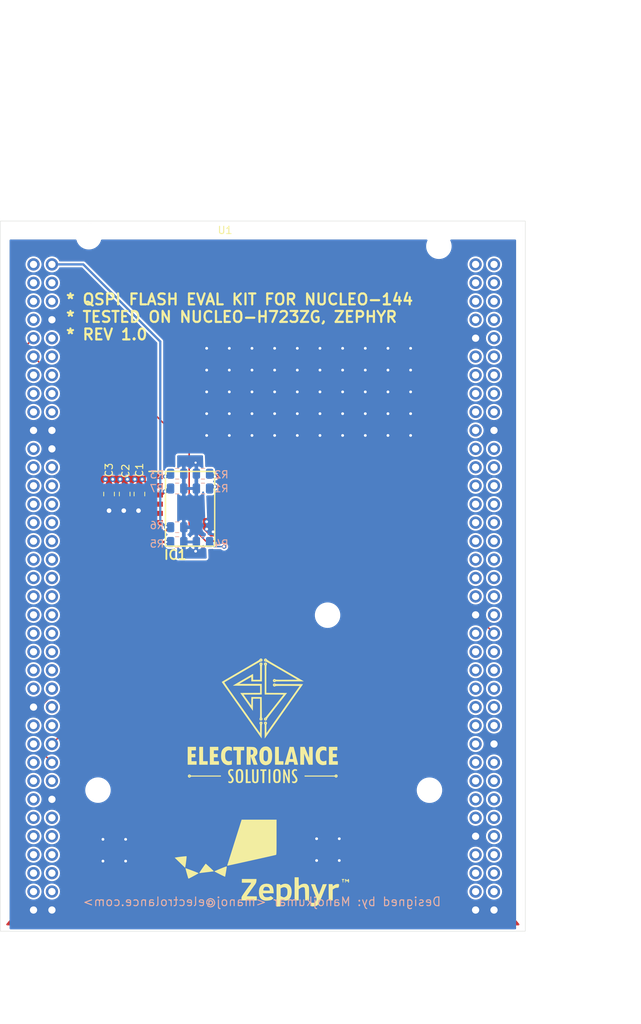
<source format=kicad_pcb>
(kicad_pcb (version 20211014) (generator pcbnew)
  (layers (0 "F.Cu" signal) (1 "In1.Cu" signal) (2 "In2.Cu" signal) (31 "B.Cu" signal) (34 "B.Paste" user) (35 "F.Paste" user) (36 "B.SilkS" user "B.Silkscreen") (37 "F.SilkS" user "F.Silkscreen") (38 "B.Mask" user) (39 "F.Mask" user) (44 "Edge.Cuts" user))
  (net 0 "")
  (net 1 "3V3_KIT")
  (net 2 "QSPI_IO0")
  (net 3 "QSPI_CLK")
  (net 4 "QSPI_IO3")
  (net 5 "QSPI_IO2")
  (net 6 "GNDD")
  (net 7 "QSPI_IO1")
  (net 8 "QSPI_CS")
  (net 131 "QSPI_RST")
  (footprint "Capacitor_SMD:C_0805_2012Metric" (layer "F.Cu") (at 111.125 97.282 90)
    (fp_text reference "C2")
    (fp_text value "1uF")
  )
  (footprint "logos:zephyr_rtos" (layer "F.Cu") (at 130.048 148.082)
    (fp_text reference "G***" hide)
    (fp_text value "LOGO" hide)
  )
  (footprint "logos:electrolance" (layer "F.Cu") (at 130.175 128.524)
    (fp_text reference "G***" hide)
    (fp_text value "LOGO" hide)
  )
  (footprint "Capacitor_SMD:C_0805_2012Metric" (layer "F.Cu") (at 108.966 97.282 90)
    (fp_text reference "C3")
    (fp_text value "DNP")
  )
  (footprint "custom_nucleo_144:ST_Morpho_Connector_144_STLink_MountingHoles" (layer "F.Cu") (at 98.552 65.661997)
    (fp_text reference "U1")
    (fp_text value "NUCLEO144-H743ZI")
  )
  (footprint "W25Q32JVSFIQ:SOIC127P1032X264-16N" (layer "F.Cu") (at 120.142 99.314)
    (fp_text reference "IC1")
    (fp_text value "W25Q32JVSFIQ" hide)
  )
  (footprint "Capacitor_SMD:C_0805_2012Metric" (layer "F.Cu") (at 113.157 97.282 90)
    (fp_text reference "C1")
    (fp_text value "0.1uF")
  )
  (footprint "Resistor_SMD:R_0805_2012Metric" (layer "B.Cu") (at 118.364 96.52 180)
    (fp_text reference "R7")
    (fp_text value "10K")
  )
  (footprint "Resistor_SMD:R_0805_2012Metric" (layer "B.Cu") (at 118.364 94.488 180)
    (fp_text reference "R3")
    (fp_text value "10K")
  )
  (footprint "Resistor_SMD:R_0805_2012Metric" (layer "B.Cu") (at 121.92 94.488)
    (fp_text reference "R2")
    (fp_text value "10K")
  )
  (footprint "Resistor_SMD:R_0805_2012Metric" (layer "B.Cu") (at 118.364 101.854 180)
    (fp_text reference "R6")
    (fp_text value "10K")
  )
  (footprint "Resistor_SMD:R_0805_2012Metric" (layer "B.Cu") (at 121.92 96.52)
    (fp_text reference "R1")
    (fp_text value "10K")
  )
  (footprint "Resistor_SMD:R_0805_2012Metric" (layer "B.Cu") (at 118.364 103.886 180)
    (fp_text reference "R5")
    (fp_text value "10K")
  )
  (footprint "Resistor_SMD:R_0805_2012Metric" (layer "B.Cu") (at 121.92 103.886)
    (fp_text reference "R4")
    (fp_text value "10K")
  )
  (gr_rect (start 93.98 59.69) (end 166.37 157.48) (layer "Edge.Cuts") (width 0.05) (fill none))
  (gr_text "Designed by: Manojkumar <manoj@electrolance.com>" (at 130.048 153.416) (layer "B.SilkS") (effects (font (size 1.2 1.2)) (justify mirror)))
  (gr_text "* QSPI FLASH EVAL KIT FOR NUCLEO-144\n* TESTED ON NUCLEO-H723ZG, ZEPHYR\n* REV 1.0" (at 102.87 72.898) (layer "F.SilkS") (effects (font (size 1.5 1.5) (thickness 0.3)) (justify left)))
  (segment (start 108.966 96.332) (end 113.157 96.332) (width 0.5) (layer "F.Cu") (net 1))
  (segment (start 113.223 96.139) (end 113.03 96.332) (width 0.4) (layer "F.Cu") (net 1))
  (segment (start 115.432 96.139) (end 113.223 96.139) (width 0.4) (layer "F.Cu") (net 1))
  (via (at 120.904 92.964) (size 0.6) (drill 0.3) (layers "F.Cu" "B.Cu") (net 1))
  (via (at 111.506 95.25) (size 0.762) (drill 0.381) (layers "F.Cu" "B.Cu") (net 1))
  (via (at 109.474 95.25) (size 0.762) (drill 0.381) (layers "F.Cu" "B.Cu") (net 1))
  (via (at 120.904 105.156) (size 0.762) (drill 0.381) (layers "F.Cu" "B.Cu") (net 1))
  (via (at 108.458 95.25) (size 0.762) (drill 0.381) (layers "F.Cu" "B.Cu") (net 1))
  (via (at 112.522 95.25) (size 0.762) (drill 0.381) (layers "F.Cu" "B.Cu") (net 1))
  (via (at 110.49 95.25) (size 0.762) (drill 0.381) (layers "F.Cu" "B.Cu") (net 1))
  (via (at 113.538 95.25) (size 0.762) (drill 0.381) (layers "F.Cu" "B.Cu") (net 1))
  (segment (start 121.0075 103.886) (end 121.0075 105.0525) (width 0.4) (layer "B.Cu") (net 1))
  (segment (start 121.0075 105.0525) (end 120.904 105.156) (width 0.4) (layer "B.Cu") (net 1))
  (segment (start 121.0075 93.0675) (end 120.904 92.964) (width 0.4) (layer "B.Cu") (net 1))
  (segment (start 121.0075 94.488) (end 121.0075 93.0675) (width 0.4) (layer "B.Cu") (net 1))
  (segment (start 121.0075 103.886) (end 119.2765 103.886) (width 0.4) (layer "B.Cu") (net 1))
  (segment (start 119.2765 103.886) (end 119.2765 101.854) (width 0.4) (layer "B.Cu") (net 1))
  (segment (start 119.2765 96.52) (end 121.0075 96.52) (width 0.4) (layer "B.Cu") (net 1))
  (segment (start 120.869256 111.273831) (end 120.869256 111.27383) (width 0.2032) (layer "F.Cu") (net 2))
  (segment (start 123.725782 108.417303) (end 124.051236 108.742757) (width 0.2032) (layer "F.Cu") (net 2))
  (segment (start 121.520166 112.575649) (end 121.520165 112.575649) (width 0.2032) (layer "F.Cu") (net 2))
  (segment (start 123.781983 107.710196) (end 123.781982 107.710197) (width 0.2032) (layer "F.Cu") (net 2))
  (segment (start 121.520165 112.575649) (end 121.463967 112.631848) (width 0.2032) (layer "F.Cu") (net 2))
  (segment (start 120.925456 110.566724) (end 120.869256 110.622923) (width 0.2032) (layer "F.Cu") (net 2))
  (segment (start 123.641487 109.80342) (end 123.641487 109.803419) (width 0.2032) (layer "F.Cu") (net 2))
  (segment (start 122.227273 111.217634) (end 122.227273 111.217633) (width 0.2032) (layer "F.Cu") (net 2))
  (segment (start 120.162152 112.631846) (end 120.162151 112.631847) (width 0.2032) (layer "F.Cu") (net 2))
  (segment (start 124.432891 107.710199) (end 124.432891 107.710198) (width 0.2032) (layer "F.Cu") (net 2))
  (segment (start 122.339669 109.15251) (end 122.33967 109.15251) (width 0.2032) (layer "F.Cu") (net 2))
  (segment (start 123.781982 107.710197) (end 123.725782 107.766396) (width 0.2032) (layer "F.Cu") (net 2))
  (segment (start 124.023139 108.770858) (end 124.348594 109.096313) (width 0.2032) (layer "F.Cu") (net 2))
  (segment (start 122.227273 111.217633) (end 121.576363 110.566724) (width 0.2032) (layer "F.Cu") (net 2))
  (segment (start 126.366499 106.427499) (end 125.083799 107.710199) (width 0.2032) (layer "F.Cu") (net 2))
  (segment (start 126.366499 97.006277) (end 126.366499 106.427499) (width 0.2032) (layer "F.Cu") (net 2))
  (segment (start 120.869256 111.27383) (end 121.520166 111.924741) (width 0.2032) (layer "F.Cu") (net 2))
  (segment (start 124.852 96.139) (end 125.499222 96.139) (width 0.2032) (layer "F.Cu") (net 2))
  (segment (start 119.061089 113.732908) (end 101.092 131.701997) (width 0.2032) (layer "F.Cu") (net 2))
  (segment (start 120.925455 110.566724) (end 120.925456 110.566724) (width 0.2032) (layer "F.Cu") (net 2))
  (segment (start 123.571 96.266) (end 124.725 96.266) (width 0.3048) (layer "F.Cu") (net 2))
  (segment (start 124.051236 108.742757) (end 124.023139 108.770858) (width 0.2032) (layer "F.Cu") (net 2))
  (segment (start 120.813059 112.631848) (end 120.813059 112.631847) (width 0.2032) (layer "F.Cu") (net 2))
  (segment (start 122.28347 109.859616) (end 122.93438 110.510527) (width 0.2032) (layer "F.Cu") (net 2))
  (segment (start 123.641487 109.803419) (end 122.990577 109.15251) (width 0.2032) (layer "F.Cu") (net 2))
  (segment (start 122.28347 109.859617) (end 122.28347 109.859616) (width 0.2032) (layer "F.Cu") (net 2))
  (segment (start 123.725782 108.417304) (end 123.725782 108.417303) (width 0.2032) (layer "F.Cu") (net 2))
  (segment (start 124.348593 109.747221) (end 124.292395 109.80342) (width 0.2032) (layer "F.Cu") (net 2))
  (segment (start 122.33967 109.15251) (end 122.28347 109.208709) (width 0.2032) (layer "F.Cu") (net 2))
  (segment (start 120.162151 112.631847) (end 119.061089 113.732908) (width 0.2032) (layer "F.Cu") (net 2))
  (segment (start 124.348594 109.747221) (end 124.348593 109.747221) (width 0.2032) (layer "F.Cu") (net 2))
  (segment (start 122.93438 111.161435) (end 122.934379 111.161435) (width 0.2032) (layer "F.Cu") (net 2))
  (segment (start 125.499222 96.139) (end 126.366499 97.006277) (width 0.2032) (layer "F.Cu") (net 2))
  (segment (start 124.432891 107.710198) (end 124.43289 107.710197) (width 0.2032) (layer "F.Cu") (net 2))
  (segment (start 122.934379 111.161435) (end 122.878181 111.217634) (width 0.2032) (layer "F.Cu") (net 2))
  (segment (start 124.725 96.266) (end 124.852 96.139) (width 0.3048) (layer "F.Cu") (net 2))
  (via (at 123.571 96.266) (size 0.6) (drill 0.3) (layers "F.Cu" "B.Cu") (net 2))
  (arc (start 122.28347 109.208709) (mid 122.148663 109.534163) (end 122.28347 109.859617) (width 0.2032) (layer "F.Cu") (net 2))
  (arc (start 124.43289 107.710197) (mid 124.107437 107.575389) (end 123.781983 107.710196) (width 0.2032) (layer "F.Cu") (net 2))
  (arc (start 122.990577 109.15251) (mid 122.665123 109.017703) (end 122.339669 109.15251) (width 0.2032) (layer "F.Cu") (net 2))
  (arc (start 125.083799 107.710199) (mid 124.758345 107.845006) (end 124.432891 107.710199) (width 0.2032) (layer "F.Cu") (net 2))
  (arc (start 120.813059 112.631847) (mid 120.487607 112.49704) (end 120.162152 112.631846) (width 0.2032) (layer "F.Cu") (net 2))
  (arc (start 121.576363 110.566724) (mid 121.250909 110.431917) (end 120.925455 110.566724) (width 0.2032) (layer "F.Cu") (net 2))
  (arc (start 122.878181 111.217634) (mid 122.552726 111.35244) (end 122.227273 111.217634) (width 0.2032) (layer "F.Cu") (net 2))
  (arc (start 121.520166 111.924741) (mid 121.654972 112.250196) (end 121.520166 112.575649) (width 0.2032) (layer "F.Cu") (net 2))
  (arc (start 122.93438 110.510527) (mid 123.069186 110.835982) (end 122.93438 111.161435) (width 0.2032) (layer "F.Cu") (net 2))
  (arc (start 124.292395 109.80342) (mid 123.96694 109.938226) (end 123.641487 109.80342) (width 0.2032) (layer "F.Cu") (net 2))
  (arc (start 121.463967 112.631848) (mid 121.138512 112.766654) (end 120.813059 112.631848) (width 0.2032) (layer "F.Cu") (net 2))
  (arc (start 123.725782 107.766396) (mid 123.590975 108.09185) (end 123.725782 108.417304) (width 0.2032) (layer "F.Cu") (net 2))
  (arc (start 120.869256 110.622923) (mid 120.734449 110.948377) (end 120.869256 111.273831) (width 0.2032) (layer "F.Cu") (net 2))
  (arc (start 124.348594 109.096313) (mid 124.4834 109.421768) (end 124.348594 109.747221) (width 0.2032) (layer "F.Cu") (net 2))
  (segment (start 122.8325 96.52) (end 123.0865 96.266) (width 0.3048) (layer "B.Cu") (net 2))
  (segment (start 123.0865 96.266) (end 123.571 96.266) (width 0.3048) (layer "B.Cu") (net 2))
  (segment (start 135.763 104.6487) (end 135.771256 104.656956) (width 0.2032) (layer "F.Cu") (net 3))
  (segment (start 138.944977 106.432977) (end 138.944979 106.432979) (width 0.2032) (layer "F.Cu") (net 3))
  (segment (start 137.181341 106.067042) (end 137.18134 106.067041) (width 0.2032) (layer "F.Cu") (net 3))
  (segment (start 139.286149 105.376448) (end 139.286148 105.376447) (width 0.2032) (layer "F.Cu") (net 3))
  (segment (start 136.819531 104.30753) (end 136.823659 104.311659) (width 0.2032) (layer "F.Cu") (net 3))
  (segment (start 138.595554 107.481255) (end 138.595553 107.481254) (width 0.2032) (layer "F.Cu") (net 3))
  (segment (start 144.674812 112.162812) (end 147.772086 115.260086) (width 0.2032) (layer "F.Cu") (net 3))
  (segment (start 138.595553 107.481254) (end 138.603809 107.48951) (width 0.2032) (layer "F.Cu") (net 3))
  (segment (start 137.88019 104.669341) (end 137.880191 104.66934) (width 0.2032) (layer "F.Cu") (net 3))
  (segment (start 137.871935 103.962234) (end 137.880191 103.97049) (width 0.2032) (layer "F.Cu") (net 3))
  (segment (start 140.700362 106.790661) (end 140.700361 106.79066) (width 0.2032) (layer "F.Cu") (net 3))
  (segment (start 137.530766 105.018766) (end 137.18134 105.368191) (width 0.2032) (layer "F.Cu") (net 3))
  (segment (start 137.888446 106.075297) (end 138.587296 105.376445) (width 0.2032) (layer "F.Cu") (net 3))
  (segment (start 140.708617 108.196616) (end 144.674812 112.162812) (width 0.2032) (layer "F.Cu") (net 3))
  (segment (start 140.708616 107.497767) (end 140.708617 107.497766) (width 0.2032) (layer "F.Cu") (net 3))
  (segment (start 127.381 94.869) (end 135.763 103.251) (width 0.2032) (layer "F.Cu") (net 3))
  (segment (start 139.302659 107.48951) (end 140.001509 106.790658) (width 0.2032) (layer "F.Cu") (net 3))
  (segment (start 139.294403 106.083554) (end 139.294404 106.083553) (width 0.2032) (layer "F.Cu") (net 3))
  (segment (start 123.571 94.869) (end 124.852 94.869) (width 0.3048) (layer "F.Cu") (net 3))
  (segment (start 160.850089 115.260086) (end 162.052 116.461997) (width 0.2032) (layer "F.Cu") (net 3))
  (segment (start 137.871936 103.962235) (end 137.871935 103.962234) (width 0.2032) (layer "F.Cu") (net 3))
  (segment (start 138.944979 106.432979) (end 138.595553 106.782404) (width 0.2032) (layer "F.Cu") (net 3))
  (segment (start 147.772086 115.260086) (end 160.850089 115.260086) (width 0.2032) (layer "F.Cu") (net 3))
  (segment (start 135.762999 103.949851) (end 135.763 103.94985) (width 0.2032) (layer "F.Cu") (net 3))
  (segment (start 137.880191 104.66934) (end 137.530764 105.018764) (width 0.2032) (layer "F.Cu") (net 3))
  (segment (start 137.888447 106.075296) (end 137.888446 106.075297) (width 0.2032) (layer "F.Cu") (net 3))
  (segment (start 139.286148 105.376447) (end 139.294404 105.384703) (width 0.2032) (layer "F.Cu") (net 3))
  (segment (start 139.30266 107.489509) (end 139.302659 107.48951) (width 0.2032) (layer "F.Cu") (net 3))
  (segment (start 136.470106 104.656956) (end 136.819531 104.30753) (width 0.2032) (layer "F.Cu") (net 3))
  (segment (start 137.18134 106.067041) (end 137.189596 106.075297) (width 0.2032) (layer "F.Cu") (net 3))
  (segment (start 139.294404 106.083553) (end 138.944977 106.432977) (width 0.2032) (layer "F.Cu") (net 3))
  (segment (start 136.470107 104.656955) (end 136.470106 104.656956) (width 0.2032) (layer "F.Cu") (net 3))
  (segment (start 140.700361 106.79066) (end 140.708617 106.798916) (width 0.2032) (layer "F.Cu") (net 3))
  (segment (start 136.823659 104.311659) (end 137.173083 103.962232) (width 0.2032) (layer "F.Cu") (net 3))
  (segment (start 124.852 94.869) (end 127.381 94.869) (width 0.2032) (layer "F.Cu") (net 3))
  (segment (start 137.530764 105.018764) (end 137.530766 105.018766) (width 0.2032) (layer "F.Cu") (net 3))
  (via (at 123.571 94.869) (size 0.6) (drill 0.3) (layers "F.Cu" "B.Cu") (net 3))
  (arc (start 135.771256 104.656956) (mid 136.120682 104.801692) (end 136.470107 104.656955) (width 0.2032) (layer "F.Cu") (net 3))
  (arc (start 135.763 103.251) (mid 135.907736 103.600426) (end 135.762999 103.949851) (width 0.2032) (layer "F.Cu") (net 3))
  (arc (start 137.189596 106.075297) (mid 137.539022 106.220033) (end 137.888447 106.075296) (width 0.2032) (layer "F.Cu") (net 3))
  (arc (start 139.294404 105.384703) (mid 139.43914 105.734129) (end 139.294403 106.083554) (width 0.2032) (layer "F.Cu") (net 3))
  (arc (start 140.001509 106.790658) (mid 140.350937 106.645924) (end 140.700362 106.790661) (width 0.2032) (layer "F.Cu") (net 3))
  (arc (start 138.587296 105.376445) (mid 138.936724 105.231711) (end 139.286149 105.376448) (width 0.2032) (layer "F.Cu") (net 3))
  (arc (start 140.708617 107.497766) (mid 140.56388 107.847191) (end 140.708617 108.196616) (width 0.2032) (layer "F.Cu") (net 3))
  (arc (start 138.595553 106.782404) (mid 138.450817 107.13183) (end 138.595554 107.481255) (width 0.2032) (layer "F.Cu") (net 3))
  (arc (start 138.603809 107.48951) (mid 138.953235 107.634246) (end 139.30266 107.489509) (width 0.2032) (layer "F.Cu") (net 3))
  (arc (start 135.763 103.94985) (mid 135.618263 104.299275) (end 135.763 104.6487) (width 0.2032) (layer "F.Cu") (net 3))
  (arc (start 137.18134 105.368191) (mid 137.036604 105.717617) (end 137.181341 106.067042) (width 0.2032) (layer "F.Cu") (net 3))
  (arc (start 137.173083 103.962232) (mid 137.522511 103.817498) (end 137.871936 103.962235) (width 0.2032) (layer "F.Cu") (net 3))
  (arc (start 137.880191 103.97049) (mid 138.024927 104.319916) (end 137.88019 104.669341) (width 0.2032) (layer "F.Cu") (net 3))
  (arc (start 140.708617 106.798916) (mid 140.853353 107.148342) (end 140.708616 107.497767) (width 0.2032) (layer "F.Cu") (net 3))
  (segment (start 122.8325 94.488) (end 123.19 94.488) (width 0.3048) (layer "B.Cu") (net 3))
  (segment (start 123.19 94.488) (end 123.571 94.869) (width 0.3048) (layer "B.Cu") (net 3))
  (segment (start 108.451 89.789) (end 108.451 89.235236) (width 0.2032) (layer "F.Cu") (net 4))
  (segment (start 103.651 89.389) (end 103.651 89.235236) (width 0.2032) (layer "F.Cu") (net 4))
  (segment (start 110.851 89.235236) (end 110.851 89.789) (width 0.2032) (layer "F.Cu") (net 4))
  (segment (start 96.901 89.789) (end 103.251 89.789) (width 0.2032) (layer "F.Cu") (net 4))
  (segment (start 98.552 75.821997) (end 96.52 77.853997) (width 0.2032) (layer "F.Cu") (net 4))
  (segment (start 111.651 89.789) (end 111.651 89.235236) (width 0.2032) (layer "F.Cu") (net 4))
  (segment (start 115.432 90.54) (end 115.432 94.869) (width 0.2032) (layer "F.Cu") (net 4))
  (segment (start 112.451 89.235236) (end 112.451 89.389) (width 0.2032) (layer "F.Cu") (net 4))
  (segment (start 107.651 89.235236) (end 107.651 89.789) (width 0.2032) (layer "F.Cu") (net 4))
  (segment (start 96.52 89.408) (end 96.901 89.789) (width 0.2032) (layer "F.Cu") (net 4))
  (segment (start 112.851 89.789) (end 113.456839 89.789) (width 0.2032) (layer "F.Cu") (net 4))
  (segment (start 111.651 90.342764) (end 111.651 89.789) (width 0.2032) (layer "F.Cu") (net 4))
  (segment (start 104.451 89.235236) (end 104.451 89.389) (width 0.2032) (layer "F.Cu") (net 4))
  (segment (start 107.651 89.789) (end 107.651 90.342764) (width 0.2032) (layer "F.Cu") (net 4))
  (segment (start 110.051 90.342764) (end 110.051 89.789) (width 0.2032) (layer "F.Cu") (net 4))
  (segment (start 109.251 89.789) (end 109.251 90.342764) (width 0.2032) (layer "F.Cu") (net 4))
  (segment (start 114.681 89.789) (end 115.432 90.54) (width 0.2032) (layer "F.Cu") (net 4))
  (segment (start 110.051 89.789) (end 110.051 89.235236) (width 0.2032) (layer "F.Cu") (net 4))
  (segment (start 106.051 89.235236) (end 106.051 89.789) (width 0.2032) (layer "F.Cu") (net 4))
  (segment (start 106.851 89.789) (end 106.851 89.235236) (width 0.2032) (layer "F.Cu") (net 4))
  (segment (start 113.456839 89.789) (end 114.681 89.789) (width 0.2032) (layer "F.Cu") (net 4))
  (segment (start 116.713 94.869) (end 115.432 94.869) (width 0.2032) (layer "F.Cu") (net 4))
  (segment (start 106.851 90.342764) (end 106.851 89.789) (width 0.2032) (layer "F.Cu") (net 4))
  (segment (start 106.051 89.789) (end 106.051 90.342764) (width 0.2032) (layer "F.Cu") (net 4))
  (segment (start 110.851 89.789) (end 110.851 90.342764) (width 0.2032) (layer "F.Cu") (net 4))
  (segment (start 96.52 77.853997) (end 96.52 89.408) (width 0.2032) (layer "F.Cu") (net 4))
  (segment (start 109.251 89.235236) (end 109.251 89.789) (width 0.2032) (layer "F.Cu") (net 4))
  (segment (start 108.451 90.342764) (end 108.451 89.789) (width 0.2032) (layer "F.Cu") (net 4))
  (segment (start 105.251 90.342764) (end 105.251 89.789) (width 0.2032) (layer "F.Cu") (net 4))
  (segment (start 105.251 89.789) (end 105.251 89.235236) (width 0.2032) (layer "F.Cu") (net 4))
  (segment (start 104.451 89.389) (end 104.451 90.342764) (width 0.2032) (layer "F.Cu") (net 4))
  (via (at 116.713 94.869) (size 0.6) (drill 0.3) (layers "F.Cu" "B.Cu") (net 4))
  (arc (start 110.451 88.835236) (mid 110.733843 88.952393) (end 110.851 89.235236) (width 0.2032) (layer "F.Cu") (net 4))
  (arc (start 107.651 90.342764) (mid 107.768157 90.625607) (end 108.051 90.742764) (width 0.2032) (layer "F.Cu") (net 4))
  (arc (start 103.251 89.789) (mid 103.533843 89.671843) (end 103.651 89.389) (width 0.2032) (layer "F.Cu") (net 4))
  (arc (start 104.851 90.742764) (mid 105.133843 90.625607) (end 105.251 90.342764) (width 0.2032) (layer "F.Cu") (net 4))
  (arc (start 104.451 90.342764) (mid 104.568157 90.625607) (end 104.851 90.742764) (width 0.2032) (layer "F.Cu") (net 4))
  (arc (start 109.651 90.742764) (mid 109.933843 90.625607) (end 110.051 90.342764) (width 0.2032) (layer "F.Cu") (net 4))
  (arc (start 108.851 88.835236) (mid 109.133843 88.952393) (end 109.251 89.235236) (width 0.2032) (layer "F.Cu") (net 4))
  (arc (start 111.651 89.235236) (mid 111.768157 88.952393) (end 112.051 88.835236) (width 0.2032) (layer "F.Cu") (net 4))
  (arc (start 106.851 89.235236) (mid 106.968157 88.952393) (end 107.251 88.835236) (width 0.2032) (layer "F.Cu") (net 4))
  (arc (start 111.251 90.742764) (mid 111.533843 90.625607) (end 111.651 90.342764) (width 0.2032) (layer "F.Cu") (net 4))
  (arc (start 108.451 89.235236) (mid 108.568157 88.952393) (end 108.851 88.835236) (width 0.2032) (layer "F.Cu") (net 4))
  (arc (start 112.051 88.835236) (mid 112.333843 88.952393) (end 112.451 89.235236) (width 0.2032) (layer "F.Cu") (net 4))
  (arc (start 109.251 90.342764) (mid 109.368157 90.625607) (end 109.651 90.742764) (width 0.2032) (layer "F.Cu") (net 4))
  (arc (start 105.651 88.835236) (mid 105.933843 88.952393) (end 106.051 89.235236) (width 0.2032) (layer "F.Cu") (net 4))
  (arc (start 106.051 90.342764) (mid 106.168157 90.625607) (end 106.451 90.742764) (width 0.2032) (layer "F.Cu") (net 4))
  (arc (start 107.251 88.835236) (mid 107.533843 88.952393) (end 107.651 89.235236) (width 0.2032) (layer "F.Cu") (net 4))
  (arc (start 112.451 89.389) (mid 112.568157 89.671843) (end 112.851 89.789) (width 0.2032) (layer "F.Cu") (net 4))
  (arc (start 110.851 90.342764) (mid 110.968157 90.625607) (end 111.251 90.742764) (width 0.2032) (layer "F.Cu") (net 4))
  (arc (start 108.051 90.742764) (mid 108.333843 90.625607) (end 108.451 90.342764) (width 0.2032) (layer "F.Cu") (net 4))
  (arc (start 103.651 89.235236) (mid 103.768157 88.952393) (end 104.051 88.835236) (width 0.2032) (layer "F.Cu") (net 4))
  (arc (start 110.051 89.235236) (mid 110.168157 88.952393) (end 110.451 88.835236) (width 0.2032) (layer "F.Cu") (net 4))
  (arc (start 104.051 88.835236) (mid 104.333843 88.952393) (end 104.451 89.235236) (width 0.2032) (layer "F.Cu") (net 4))
  (arc (start 105.251 89.235236) (mid 105.368157 88.952393) (end 105.651 88.835236) (width 0.2032) (layer "F.Cu") (net 4))
  (arc (start 106.451 90.742764) (mid 106.733843 90.625607) (end 106.851 90.342764) (width 0.2032) (layer "F.Cu") (net 4))
  (segment (start 117.0705 94.869) (end 117.4515 94.488) (width 0.3048) (layer "B.Cu") (net 4))
  (segment (start 116.713 94.869) (end 117.0705 94.869) (width 0.3048) (layer "B.Cu") (net 4))
  (segment (start 111.129807 83.51467) (end 111.129807 83.514669) (width 0.2032) (layer "F.Cu") (net 5))
  (segment (start 112.261175 84.646038) (end 112.261175 84.646037) (width 0.2032) (layer "F.Cu") (net 5))
  (segment (start 111.904987 81.608124) (end 111.904985 81.608123) (width 0.2032) (layer "F.Cu") (net 5))
  (segment (start 110.103185 80.581499) (end 110.103186 80.581501) (width 0.2032) (layer "F.Cu") (net 5))
  (segment (start 111.695492 83.514669) (end 112.470667 82.73949) (width 0.2032) (layer "F.Cu") (net 5))
  (segment (start 111.904984 82.173808) (end 111.904986 82.173809) (width 0.2032) (layer "F.Cu") (net 5))
  (segment (start 110.773617 81.04244) (end 110.66887 81.147184) (width 0.2032) (layer "F.Cu") (net 5))
  (segment (start 108.585 79.629) (end 109.5375 80.5815) (width 0.2032) (layer "F.Cu") (net 5))
  (segment (start 113.036355 82.739492) (end 113.036353 82.739491) (width 0.2032) (layer "F.Cu") (net 5))
  (segment (start 99.819003 79.629) (end 108.585 79.629) (width 0.2032) (layer "F.Cu") (net 5))
  (segment (start 111.695492 83.514668) (end 111.695492 83.514669) (width 0.2032) (layer "F.Cu") (net 5))
  (segment (start 110.66887 81.147184) (end 109.998439 81.817616) (width 0.2032) (layer "F.Cu") (net 5))
  (segment (start 113.036354 83.305177) (end 112.261175 84.080352) (width 0.2032) (layer "F.Cu") (net 5))
  (segment (start 110.773615 81.042439) (end 110.773617 81.04244) (width 0.2032) (layer "F.Cu") (net 5))
  (segment (start 110.564124 82.3833) (end 110.564124 82.383301) (width 0.2032) (layer "F.Cu") (net 5))
  (segment (start 98.552 78.361997) (end 99.819003 79.629) (width 0.2032) (layer "F.Cu") (net 5))
  (segment (start 120.015 101.473) (end 122.301 103.759) (width 0.2032) (layer "F.Cu") (net 5))
  (segment (start 110.773615 80.476753) (end 110.773616 80.476754) (width 0.2032) (layer "F.Cu") (net 5))
  (segment (start 114.628659 85.672659) (end 120.015 91.059) (width 0.2032) (layer "F.Cu") (net 5))
  (segment (start 114.167723 83.87086) (end 114.167721 83.870859) (width 0.2032) (layer "F.Cu") (net 5))
  (segment (start 112.82686 84.646037) (end 113.602035 83.870858) (width 0.2032) (layer "F.Cu") (net 5))
  (segment (start 110.564124 82.383301) (end 111.339299 81.608122) (width 0.2032) (layer "F.Cu") (net 5))
  (segment (start 113.392543 85.777406) (end 113.392543 85.777405) (width 0.2032) (layer "F.Cu") (net 5))
  (segment (start 122.301 103.759) (end 124.852 103.759) (width 0.2032) (layer "F.Cu") (net 5))
  (segment (start 110.103186 80.581501) (end 110.20793 80.476754) (width 0.2032) (layer "F.Cu") (net 5))
  (segment (start 120.015 91.059) (end 120.015 101.473) (width 0.2032) (layer "F.Cu") (net 5))
  (segment (start 124.852 103.759) (end 124.852 104.51) (width 0.2032) (layer "F.Cu") (net 5))
  (segment (start 109.998439 82.383302) (end 109.998439 82.383301) (width 0.2032) (layer "F.Cu") (net 5))
  (segment (start 124.852 104.51) (end 124.841 104.521) (width 0.2032) (layer "F.Cu") (net 5))
  (segment (start 111.904986 82.173809) (end 111.129807 82.948984) (width 0.2032) (layer "F.Cu") (net 5))
  (segment (start 113.958228 85.777404) (end 113.958228 85.777405) (width 0.2032) (layer "F.Cu") (net 5))
  (segment (start 113.958228 85.777405) (end 114.062973 85.672659) (width 0.2032) (layer "F.Cu") (net 5))
  (segment (start 114.16772 84.436544) (end 114.167722 84.436545) (width 0.2032) (layer "F.Cu") (net 5))
  (segment (start 114.628658 85.672658) (end 114.628659 85.672659) (width 0.2032) (layer "F.Cu") (net 5))
  (segment (start 113.036352 83.305176) (end 113.036354 83.305177) (width 0.2032) (layer "F.Cu") (net 5))
  (segment (start 114.167722 84.436545) (end 113.392543 85.21172) (width 0.2032) (layer "F.Cu") (net 5))
  (segment (start 112.82686 84.646036) (end 112.82686 84.646037) (width 0.2032) (layer "F.Cu") (net 5))
  (via (at 124.841 104.521) (size 0.6) (drill 0.3) (layers "F.Cu" "B.Cu") (net 5))
  (arc (start 113.602035 83.870858) (mid 113.88488 83.753703) (end 114.167723 83.87086) (width 0.2032) (layer "F.Cu") (net 5))
  (arc (start 114.167721 83.870859) (mid 114.284878 84.153702) (end 114.16772 84.436544) (width 0.2032) (layer "F.Cu") (net 5))
  (arc (start 112.261175 84.080352) (mid 112.144018 84.363195) (end 112.261175 84.646038) (width 0.2032) (layer "F.Cu") (net 5))
  (arc (start 112.261175 84.646037) (mid 112.544018 84.763194) (end 112.82686 84.646036) (width 0.2032) (layer "F.Cu") (net 5))
  (arc (start 111.339299 81.608122) (mid 111.622144 81.490967) (end 111.904987 81.608124) (width 0.2032) (layer "F.Cu") (net 5))
  (arc (start 111.904985 81.608123) (mid 112.022142 81.890966) (end 111.904984 82.173808) (width 0.2032) (layer "F.Cu") (net 5))
  (arc (start 113.392543 85.777405) (mid 113.675386 85.894562) (end 113.958228 85.777404) (width 0.2032) (layer "F.Cu") (net 5))
  (arc (start 111.129807 83.514669) (mid 111.41265 83.631826) (end 111.695492 83.514668) (width 0.2032) (layer "F.Cu") (net 5))
  (arc (start 110.20793 80.476754) (mid 110.490772 80.359596) (end 110.773615 80.476753) (width 0.2032) (layer "F.Cu") (net 5))
  (arc (start 113.036353 82.739491) (mid 113.15351 83.022334) (end 113.036352 83.305176) (width 0.2032) (layer "F.Cu") (net 5))
  (arc (start 111.129807 82.948984) (mid 111.01265 83.231827) (end 111.129807 83.51467) (width 0.2032) (layer "F.Cu") (net 5))
  (arc (start 113.392543 85.21172) (mid 113.275386 85.494563) (end 113.392543 85.777406) (width 0.2032) (layer "F.Cu") (net 5))
  (arc (start 114.062973 85.672659) (mid 114.345815 85.555501) (end 114.628658 85.672658) (width 0.2032) (layer "F.Cu") (net 5))
  (arc (start 109.998439 82.383301) (mid 110.281282 82.500458) (end 110.564124 82.3833) (width 0.2032) (layer "F.Cu") (net 5))
  (arc (start 109.998439 81.817616) (mid 109.881282 82.100459) (end 109.998439 82.383302) (width 0.2032) (layer "F.Cu") (net 5))
  (arc (start 112.470667 82.73949) (mid 112.753512 82.622335) (end 113.036355 82.739492) (width 0.2032) (layer "F.Cu") (net 5))
  (arc (start 109.5375 80.5815) (mid 109.820343 80.698657) (end 110.103185 80.581499) (width 0.2032) (layer "F.Cu") (net 5))
  (arc (start 110.773616 80.476754) (mid 110.890773 80.759597) (end 110.773615 81.042439) (width 0.2032) (layer "F.Cu") (net 5))
  (segment (start 124.841 104.521) (end 123.4675 104.521) (width 0.2032) (layer "B.Cu") (net 5))
  (segment (start 123.4675 104.521) (end 122.8325 103.886) (width 0.2032) (layer "B.Cu") (net 5))
  (segment (start 113.03 98.232) (end 113.03 99.568) (width 1) (layer "F.Cu") (net 6))
  (segment (start 124.852 102.489) (end 123.317 102.489) (width 0.4) (layer "F.Cu") (net 6))
  (segment (start 108.966 98.232) (end 113.03 98.232) (width 1) (layer "F.Cu") (net 6))
  (segment (start 110.998 98.232) (end 110.998 99.568) (width 1) (layer "F.Cu") (net 6))
  (segment (start 108.966 98.232) (end 108.966 99.568) (width 1) (layer "F.Cu") (net 6))
  (via (at 122.428 89.216) (size 0.635) (drill 0.381) (layers "F.Cu" "B.Cu") (net 6))
  (via (at 125.553 89.216) (size 0.635) (drill 0.381) (layers "F.Cu" "B.Cu") (net 6))
  (via (at 138.053 80.216) (size 0.635) (drill 0.381) (layers "F.Cu" "B.Cu") (net 6))
  (via (at 150.553 77.216) (size 0.635) (drill 0.381) (layers "F.Cu" "B.Cu") (net 6))
  (via (at 128.678 86.216) (size 0.635) (drill 0.381) (layers "F.Cu" "B.Cu") (net 6))
  (via (at 111.252 144.828) (size 0.635) (drill 0.381) (layers "F.Cu" "B.Cu") (net 6))
  (via (at 122.428 77.216) (size 0.635) (drill 0.381) (layers "F.Cu" "B.Cu") (net 6))
  (via (at 141.178 80.216) (size 0.635) (drill 0.381) (layers "F.Cu" "B.Cu") (net 6))
  (via (at 144.303 80.216) (size 0.635) (drill 0.381) (layers "F.Cu" "B.Cu") (net 6))
  (via (at 150.553 80.216) (size 0.635) (drill 0.381) (layers "F.Cu" "B.Cu") (net 6))
  (via (at 123.317 102.489) (size 0.635) (drill 0.381) (layers "F.Cu" "B.Cu") (net 6))
  (via (at 110.998 99.568) (size 1.27) (drill 0.635) (layers "F.Cu" "B.Cu") (net 6))
  (via (at 140.716 144.746393) (size 0.635) (drill 0.381) (layers "F.Cu" "B.Cu") (net 6))
  (via (at 111.252 147.828) (size 0.635) (drill 0.381) (layers "F.Cu" "B.Cu") (net 6))
  (via (at 108.966 99.568) (size 1.27) (drill 0.635) (layers "F.Cu" "B.Cu") (net 6))
  (via (at 134.928 83.216) (size 0.635) (drill 0.381) (layers "F.Cu" "B.Cu") (net 6))
  (via (at 141.178 77.216) (size 0.635) (drill 0.381) (layers "F.Cu" "B.Cu") (net 6))
  (via (at 141.178 89.216) (size 0.635) (drill 0.381) (layers "F.Cu" "B.Cu") (net 6))
  (via (at 147.428 80.216) (size 0.635) (drill 0.381) (layers "F.Cu" "B.Cu") (net 6))
  (via (at 138.053 89.216) (size 0.635) (drill 0.381) (layers "F.Cu" "B.Cu") (net 6))
  (via (at 134.928 89.216) (size 0.635) (drill 0.381) (layers "F.Cu" "B.Cu") (net 6))
  (via (at 138.053 77.216) (size 0.635) (drill 0.381) (layers "F.Cu" "B.Cu") (net 6))
  (via (at 131.803 77.216) (size 0.635) (drill 0.381) (layers "F.Cu" "B.Cu") (net 6))
  (via (at 125.553 80.216) (size 0.635) (drill 0.381) (layers "F.Cu" "B.Cu") (net 6))
  (via (at 131.803 83.216) (size 0.635) (drill 0.381) (layers "F.Cu" "B.Cu") (net 6))
  (via (at 122.422016 101.092) (size 0.635) (drill 0.381) (layers "F.Cu" "B.Cu") (net 6))
  (via (at 122.428 102.108) (size 0.635) (drill 0.381) (layers "F.Cu" "B.Cu") (net 6))
  (via (at 108.127 144.828) (size 0.635) (drill 0.381) (layers "F.Cu" "B.Cu") (net 6))
  (via (at 138.053 83.216) (size 0.635) (drill 0.381) (layers "F.Cu" "B.Cu") (net 6))
  (via (at 128.678 80.216) (size 0.635) (drill 0.381) (layers "F.Cu" "B.Cu") (net 6))
  (via (at 128.678 83.216) (size 0.635) (drill 0.381) (layers "F.Cu" "B.Cu") (net 6))
  (via (at 150.553 86.216) (size 0.635) (drill 0.381) (layers "F.Cu" "B.Cu") (net 6))
  (via (at 144.303 86.216) (size 0.635) (drill 0.381) (layers "F.Cu" "B.Cu") (net 6))
  (via (at 137.591 144.746393) (size 0.635) (drill 0.381) (layers "F.Cu" "B.Cu") (net 6))
  (via (at 150.553 83.216) (size 0.635) (drill 0.381) (layers "F.Cu" "B.Cu") (net 6))
  (via (at 134.928 80.216) (size 0.635) (drill 0.381) (layers "F.Cu" "B.Cu") (net 6))
  (via (at 122.428 86.216) (size 0.635) (drill 0.381) (layers "F.Cu" "B.Cu") (net 6))
  (via (at 140.716 147.746393) (size 0.635) (drill 0.381) (layers "F.Cu" "B.Cu") (net 6))
  (via (at 147.428 83.216) (size 0.635) (drill 0.381) (layers "F.Cu" "B.Cu") (net 6))
  (via (at 138.053 86.216) (size 0.635) (drill 0.381) (layers "F.Cu" "B.Cu") (net 6))
  (via (at 137.591 147.746393) (size 0.635) (drill 0.381) (layers "F.Cu" "B.Cu") (net 6))
  (via (at 122.428 80.216) (size 0.635) (drill 0.381) (layers "F.Cu" "B.Cu") (net 6))
  (via (at 150.553 89.216) (size 0.635) (drill 0.381) (layers "F.Cu" "B.Cu") (net 6))
  (via (at 113.03 99.568) (size 1.27) (drill 0.635) (layers "F.Cu" "B.Cu") (net 6))
  (via (at 147.428 89.216) (size 0.635) (drill 0.381) (layers "F.Cu" "B.Cu") (net 6))
  (via (at 122.428 83.216) (size 0.635) (drill 0.381) (layers "F.Cu" "B.Cu") (net 6))
  (via (at 108.127 147.828) (size 0.635) (drill 0.381) (layers "F.Cu" "B.Cu") (net 6))
  (via (at 147.428 77.216) (size 0.635) (drill 0.381) (layers "F.Cu" "B.Cu") (net 6))
  (via (at 134.928 86.216) (size 0.635) (drill 0.381) (layers "F.Cu" "B.Cu") (net 6))
  (via (at 125.553 86.216) (size 0.635) (drill 0.381) (layers "F.Cu" "B.Cu") (net 6))
  (via (at 147.428 86.216) (size 0.635) (drill 0.381) (layers "F.Cu" "B.Cu") (net 6))
  (via (at 131.803 86.216) (size 0.635) (drill 0.381) (layers "F.Cu" "B.Cu") (net 6))
  (via (at 128.678 77.216) (size 0.635) (drill 0.381) (layers "F.Cu" "B.Cu") (net 6))
  (via (at 144.303 77.216) (size 0.635) (drill 0.381) (layers "F.Cu" "B.Cu") (net 6))
  (via (at 144.303 89.216) (size 0.635) (drill 0.381) (layers "F.Cu" "B.Cu") (net 6))
  (via (at 141.178 83.216) (size 0.635) (drill 0.381) (layers "F.Cu" "B.Cu") (net 6))
  (via (at 125.553 83.216) (size 0.635) (drill 0.381) (layers "F.Cu" "B.Cu") (net 6))
  (via (at 134.928 77.216) (size 0.635) (drill 0.381) (layers "F.Cu" "B.Cu") (net 6))
  (via (at 131.803 80.216) (size 0.635) (drill 0.381) (layers "F.Cu" "B.Cu") (net 6))
  (via (at 128.678 89.216) (size 0.635) (drill 0.381) (layers "F.Cu" "B.Cu") (net 6))
  (via (at 125.553 77.216) (size 0.635) (drill 0.381) (layers "F.Cu" "B.Cu") (net 6))
  (via (at 144.303 83.216) (size 0.635) (drill 0.381) (layers "F.Cu" "B.Cu") (net 6))
  (via (at 141.178 86.216) (size 0.635) (drill 0.381) (layers "F.Cu" "B.Cu") (net 6))
  (via (at 131.803 89.216) (size 0.635) (drill 0.381) (layers "F.Cu" "B.Cu") (net 6))
  (segment (start 108.031134 120.459078) (end 108.031135 120.459078) (width 0.2032) (layer "F.Cu") (net 7))
  (segment (start 110.859563 116.923542) (end 110.859563 116.923543) (width 0.2032) (layer "F.Cu") (net 7))
  (segment (start 101.727 125.349) (end 104.4956 122.5804) (width 0.2032) (layer "F.Cu") (net 7))
  (segment (start 112.273777 115.509329) (end 111.566671 114.802223) (width 0.2032) (layer "F.Cu") (net 7))
  (segment (start 109.445349 118.337757) (end 108.738243 117.630651) (width 0.2032) (layer "F.Cu") (net 7))
  (segment (start 115.559 103.886) (end 115.432 103.759) (width 0.3048) (layer "F.Cu") (net 7))
  (segment (start 106.61692 121.873292) (end 106.616921 121.873292) (width 0.2032) (layer "F.Cu") (net 7))
  (segment (start 105.909815 119.751973) (end 105.909816 119.751971) (width 0.2032) (layer "F.Cu") (net 7))
  (segment (start 100.737079 125.349) (end 101.727 125.349) (width 0.2032) (layer "F.Cu") (net 7))
  (segment (start 105.202708 121.166187) (end 105.909814 121.873292) (width 0.2032) (layer "F.Cu") (net 7))
  (segment (start 112.273777 115.509328) (end 112.273777 115.509329) (width 0.2032) (layer "F.Cu") (net 7))
  (segment (start 105.202708 121.166188) (end 105.202708 121.166187) (width 0.2032) (layer "F.Cu") (net 7))
  (segment (start 99.822 132.971997) (end 99.822 126.264079) (width 0.2032) (layer "F.Cu") (net 7))
  (segment (start 104.495601 121.166187) (end 104.4956 121.166188) (width 0.2032) (layer "F.Cu") (net 7))
  (segment (start 109.445349 118.337756) (end 109.445349 118.337757) (width 0.2032) (layer "F.Cu") (net 7))
  (segment (start 112.980885 114.095117) (end 112.980886 114.095115) (width 0.2032) (layer "F.Cu") (net 7))
  (segment (start 108.031136 118.337758) (end 108.738242 119.044864) (width 0.2032) (layer "F.Cu") (net 7))
  (segment (start 106.616921 121.166184) (end 106.616921 121.166185) (width 0.2032) (layer "F.Cu") (net 7))
  (segment (start 110.152457 115.509331) (end 110.152458 115.509329) (width 0.2032) (layer "F.Cu") (net 7))
  (segment (start 108.031138 118.337757) (end 108.031136 118.337758) (width 0.2032) (layer "F.Cu") (net 7))
  (segment (start 112.980886 114.095115) (end 115.432 111.644) (width 0.2032) (layer "F.Cu") (net 7))
  (segment (start 106.616921 121.166185) (end 105.909815 120.459079) (width 0.2032) (layer "F.Cu") (net 7))
  (segment (start 112.27378 114.095115) (end 112.273778 114.095116) (width 0.2032) (layer "F.Cu") (net 7))
  (segment (start 108.031135 119.751971) (end 107.324029 119.044865) (width 0.2032) (layer "F.Cu") (net 7))
  (segment (start 101.092 134.241997) (end 99.822 132.971997) (width 0.2032) (layer "F.Cu") (net 7))
  (segment (start 109.445348 119.044864) (end 109.445349 119.044864) (width 0.2032) (layer "F.Cu") (net 7))
  (segment (start 111.566671 114.095117) (end 111.566672 114.095115) (width 0.2032) (layer "F.Cu") (net 7))
  (segment (start 116.84 103.886) (end 115.559 103.886) (width 0.3048) (layer "F.Cu") (net 7))
  (segment (start 108.031135 119.75197) (end 108.031135 119.751971) (width 0.2032) (layer "F.Cu") (net 7))
  (segment (start 108.738243 116.923545) (end 108.738244 116.923543) (width 0.2032) (layer "F.Cu") (net 7))
  (segment (start 112.273776 116.216436) (end 112.273777 116.216436) (width 0.2032) (layer "F.Cu") (net 7))
  (segment (start 106.616924 119.751971) (end 106.616922 119.751972) (width 0.2032) (layer "F.Cu") (net 7))
  (segment (start 110.859566 115.509329) (end 110.859564 115.50933) (width 0.2032) (layer "F.Cu") (net 7))
  (segment (start 115.432 111.644) (end 115.432 103.759) (width 0.2032) (layer "F.Cu") (net 7))
  (segment (start 110.859562 117.63065) (end 110.859563 117.63065) (width 0.2032) (layer "F.Cu") (net 7))
  (segment (start 109.445352 116.923543) (end 109.44535 116.923544) (width 0.2032) (layer "F.Cu") (net 7))
  (segment (start 99.822 126.264079) (end 100.737079 125.349) (width 0.2032) (layer "F.Cu") (net 7))
  (segment (start 110.859563 116.923543) (end 110.152457 116.216437) (width 0.2032) (layer "F.Cu") (net 7))
  (segment (start 106.616922 119.751972) (end 107.324028 120.459078) (width 0.2032) (layer "F.Cu") (net 7))
  (segment (start 109.44535 116.923544) (end 110.152456 117.63065) (width 0.2032) (layer "F.Cu") (net 7))
  (segment (start 110.859564 115.50933) (end 111.56667 116.216436) (width 0.2032) (layer "F.Cu") (net 7))
  (segment (start 107.324029 118.337759) (end 107.32403 118.337757) (width 0.2032) (layer "F.Cu") (net 7))
  (via (at 116.84 103.886) (size 0.6) (drill 0.3) (layers "F.Cu" "B.Cu") (net 7))
  (arc (start 110.152456 117.63065) (mid 110.506009 117.777096) (end 110.859562 117.63065) (width 0.2032) (layer "F.Cu") (net 7))
  (arc (start 106.616921 121.873292) (mid 106.763368 121.519738) (end 106.616921 121.166184) (width 0.2032) (layer "F.Cu") (net 7))
  (arc (start 107.324028 120.459078) (mid 107.677581 120.605524) (end 108.031134 120.459078) (width 0.2032) (layer "F.Cu") (net 7))
  (arc (start 111.566672 114.095115) (mid 111.920225 113.948669) (end 112.27378 114.095115) (width 0.2032) (layer "F.Cu") (net 7))
  (arc (start 105.909815 120.459079) (mid 105.76337 120.105525) (end 105.909815 119.751973) (width 0.2032) (layer "F.Cu") (net 7))
  (arc (start 112.273777 116.216436) (mid 112.420224 115.862882) (end 112.273777 115.509328) (width 0.2032) (layer "F.Cu") (net 7))
  (arc (start 108.031135 120.459078) (mid 108.177582 120.105524) (end 108.031135 119.75197) (width 0.2032) (layer "F.Cu") (net 7))
  (arc (start 112.273778 114.095116) (mid 112.627331 114.241563) (end 112.980885 114.095117) (width 0.2032) (layer "F.Cu") (net 7))
  (arc (start 110.859563 117.63065) (mid 111.00601 117.277096) (end 110.859563 116.923542) (width 0.2032) (layer "F.Cu") (net 7))
  (arc (start 108.738243 117.630651) (mid 108.591798 117.277097) (end 108.738243 116.923545) (width 0.2032) (layer "F.Cu") (net 7))
  (arc (start 111.566671 114.802223) (mid 111.420226 114.448669) (end 111.566671 114.095117) (width 0.2032) (layer "F.Cu") (net 7))
  (arc (start 110.152457 116.216437) (mid 110.006012 115.862883) (end 110.152457 115.509331) (width 0.2032) (layer "F.Cu") (net 7))
  (arc (start 105.909814 121.873292) (mid 106.263367 122.019738) (end 106.61692 121.873292) (width 0.2032) (layer "F.Cu") (net 7))
  (arc (start 108.738244 116.923543) (mid 109.091797 116.777097) (end 109.445352 116.923543) (width 0.2032) (layer "F.Cu") (net 7))
  (arc (start 104.4956 121.873294) (mid 104.349154 121.51974) (end 104.495601 121.166187) (width 0.2032) (layer "F.Cu") (net 7))
  (arc (start 110.152458 115.509329) (mid 110.506011 115.362883) (end 110.859566 115.509329) (width 0.2032) (layer "F.Cu") (net 7))
  (arc (start 107.324029 119.044865) (mid 107.177584 118.691311) (end 107.324029 118.337759) (width 0.2032) (layer "F.Cu") (net 7))
  (arc (start 104.4956 121.166188) (mid 104.849155 121.01974) (end 105.202708 121.166188) (width 0.2032) (layer "F.Cu") (net 7))
  (arc (start 109.445349 119.044864) (mid 109.591796 118.69131) (end 109.445349 118.337756) (width 0.2032) (layer "F.Cu") (net 7))
  (arc (start 111.56667 116.216436) (mid 111.920223 116.362882) (end 112.273776 116.216436) (width 0.2032) (layer "F.Cu") (net 7))
  (arc (start 108.738242 119.044864) (mid 109.091795 119.19131) (end 109.445348 119.044864) (width 0.2032) (layer "F.Cu") (net 7))
  (arc (start 104.4956 122.5804) (mid 104.642047 122.226846) (end 104.4956 121.873294) (width 0.2032) (layer "F.Cu") (net 7))
  (arc (start 107.32403 118.337757) (mid 107.677583 118.191311) (end 108.031138 118.337757) (width 0.2032) (layer "F.Cu") (net 7))
  (arc (start 105.909816 119.751971) (mid 106.263369 119.605525) (end 106.616924 119.751971) (width 0.2032) (layer "F.Cu") (net 7))
  (segment (start 117.4515 103.886) (end 116.84 103.886) (width 0.3048) (layer "B.Cu") (net 7))
  (segment (start 116.84 101.854) (end 116.84 102.235) (width 0.3048) (layer "F.Cu") (net 8))
  (segment (start 116.586 102.489) (end 115.432 102.489) (width 0.3048) (layer "F.Cu") (net 8))
  (segment (start 116.84 102.235) (end 116.586 102.489) (width 0.3048) (layer "F.Cu") (net 8))
  (via (at 116.84 101.854) (size 0.6) (drill 0.3) (layers "F.Cu" "B.Cu") (net 8))
  (segment (start 105.413 65.662) (end 101.092 65.662) (width 0.3048) (layer "B.Cu") (net 8))
  (segment (start 117.4515 101.854) (end 116.84 101.854) (width 0.3048) (layer "B.Cu") (net 8))
  (segment (start 116.030889 76.279889) (end 105.413 65.662) (width 0.3048) (layer "B.Cu") (net 8))
  (segment (start 116.030889 101.044889) (end 116.030889 76.279889) (width 0.3048) (layer "B.Cu") (net 8))
  (segment (start 116.84 101.854) (end 116.030889 101.044889) (width 0.3048) (layer "B.Cu") (net 8))
  (segment (start 116.216799 97.409) (end 116.682789 96.94301) (width 0.3048) (layer "F.Cu") (net 131))
  (segment (start 115.432 97.409) (end 116.216799 97.409) (width 0.3048) (layer "F.Cu") (net 131))
  (via (at 116.682789 96.94301) (size 0.6) (drill 0.3) (layers "F.Cu" "B.Cu") (net 131))
  (segment (start 117.4515 96.52) (end 117.105799 96.52) (width 0.3048) (layer "B.Cu") (net 131))
  (segment (start 117.105799 96.52) (end 116.682789 96.94301) (width 0.3048) (layer "B.Cu") (net 131))
  (zone (net 6) (net_name "GNDD") (layer "F.Cu") (priority 1) (connect_pads (clearance 0.254)) (min_thickness 0.254) (fill yes (thermal_gap 0.254) (thermal_bridge_width 0.508))
    (polygon (pts (xy 123.444 102.108) (xy 123.952 102.108) (xy 123.952 103.124) (xy 122.936 103.124) (xy 121.92 102.108) (xy 121.92 100.584) (xy 123.444 100.584)))
  )
  (zone (net 6) (net_name "GNDD") (layer "F.Cu") (connect_pads (clearance 0.254)) (min_thickness 0.254) (fill yes (thermal_gap 0.2) (thermal_bridge_width 0.8))
    (polygon (pts (xy 114.3 100.584) (xy 107.696 100.584) (xy 107.696 98.552) (xy 114.3 98.552)))
  )
  (zone (net 1) (net_name "3V3_KIT") (layer "F.Cu") (priority 1) (connect_pads (clearance 0.2)) (min_thickness 0.254) (fill yes (thermal_gap 0.2) (thermal_bridge_width 0.8))
    (polygon (pts (xy 114.046 95.504) (xy 116.586 95.504) (xy 116.586 96.774) (xy 114.3 96.774) (xy 114.3 97.536) (xy 107.696 97.536) (xy 107.696 94.742) (xy 114.046 94.742)))
  )
  (zone (net 6) (net_name "GNDD") (layer "F.Cu") (connect_pads (clearance 0.8)) (min_thickness 0.254) (fill yes (thermal_gap 0.508) (thermal_bridge_width 0.508))
    (polygon (pts (xy 166.37 157.48) (xy 93.98 157.48) (xy 130.175 114.3)))
  )
  (zone (net 6) (net_name "GNDD") (layer "B.Cu") (connect_pads yes (clearance 0.254)) (min_thickness 0.254) (fill yes (thermal_gap 0.508) (thermal_bridge_width 0.508))
    (polygon (pts (xy 165.1 157.48) (xy 95.25 157.48) (xy 95.25 62.23) (xy 165.1 62.23)))
  )
  (zone (net 1) (net_name "3V3_KIT") (layer "B.Cu") (priority 1) (connect_pads (clearance 0.254)) (min_thickness 0.254) (fill yes (thermal_gap 0.3) (thermal_bridge_width 0.508))
    (polygon (pts (xy 122.428 106.172) (xy 118.364 106.172) (xy 118.364 91.948) (xy 121.92 91.948)))
  )
)
</source>
